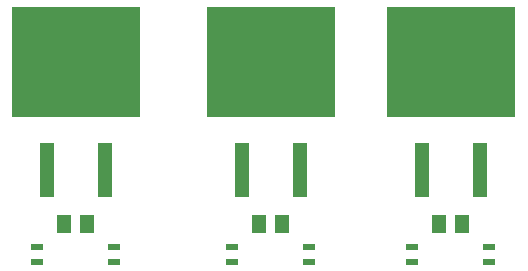
<source format=gtp>
G75*
%MOIN*%
%OFA0B0*%
%FSLAX25Y25*%
%IPPOS*%
%LPD*%
%AMOC8*
5,1,8,0,0,1.08239X$1,22.5*
%
%ADD10R,0.03937X0.01969*%
%ADD11R,0.04724X0.18110*%
%ADD12R,0.42520X0.37008*%
%ADD13R,0.05118X0.05906*%
D10*
X0068544Y0035500D03*
X0068544Y0040500D03*
X0094056Y0040500D03*
X0094056Y0035500D03*
X0133544Y0035500D03*
X0133544Y0040500D03*
X0159056Y0040500D03*
X0159056Y0035500D03*
X0193544Y0035500D03*
X0193544Y0040500D03*
X0219056Y0040500D03*
X0219056Y0035500D03*
D11*
X0216304Y0065953D03*
X0196894Y0065953D03*
X0156304Y0065953D03*
X0136894Y0065953D03*
X0091304Y0065953D03*
X0071894Y0065953D03*
D12*
X0081599Y0101976D03*
X0146599Y0101976D03*
X0206599Y0101976D03*
D13*
X0210040Y0048000D03*
X0202560Y0048000D03*
X0150040Y0048000D03*
X0142560Y0048000D03*
X0085040Y0048000D03*
X0077560Y0048000D03*
M02*

</source>
